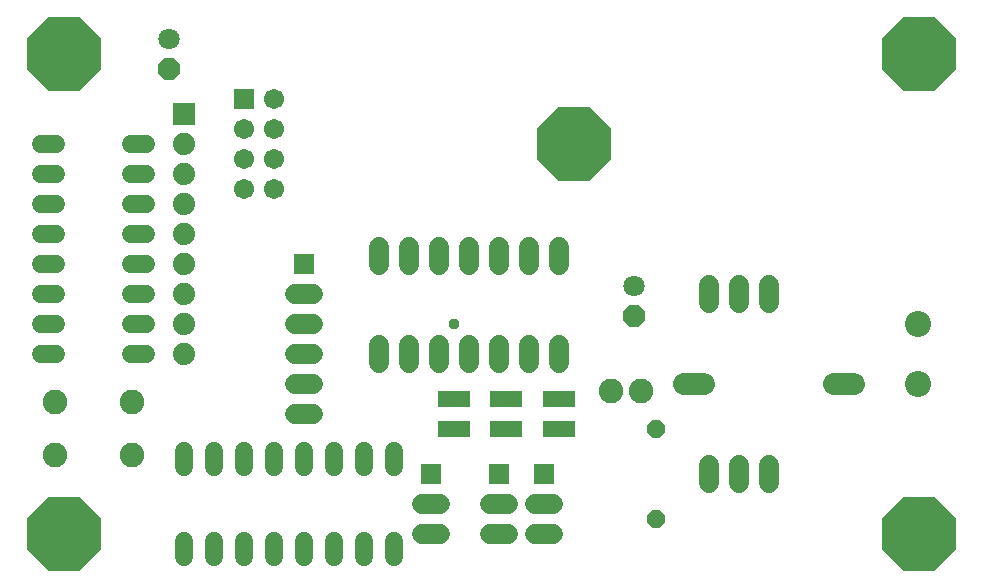
<source format=gbr>
G04 EAGLE Gerber RS-274X export*
G75*
%MOMM*%
%FSLAX34Y34*%
%LPD*%
%INSoldermask Top*%
%IPPOS*%
%AMOC8*
5,1,8,0,0,1.08239X$1,22.5*%
G01*
%ADD10R,1.711200X1.711200*%
%ADD11C,1.711200*%
%ADD12R,1.727200X1.727200*%
%ADD13C,1.727200*%
%ADD14C,2.203200*%
%ADD15C,1.879600*%
%ADD16P,1.951982X8X292.500000*%
%ADD17C,1.803400*%
%ADD18C,1.701800*%
%ADD19R,2.743200X1.473200*%
%ADD20R,1.879600X1.879600*%
%ADD21C,1.879600*%
%ADD22C,1.524000*%
%ADD23C,2.082800*%
%ADD24P,1.649562X8X112.500000*%
%ADD25P,6.818191X8X22.500000*%
%ADD26C,0.959600*%


D10*
X203200Y419100D03*
D11*
X228600Y342900D03*
X228600Y368300D03*
X228600Y393700D03*
X228600Y419100D03*
X203200Y393700D03*
X203200Y368300D03*
X203200Y342900D03*
D12*
X419100Y101600D03*
D13*
X411480Y76200D02*
X426720Y76200D01*
X426720Y50800D02*
X411480Y50800D01*
D12*
X457200Y101600D03*
D13*
X449580Y76200D02*
X464820Y76200D01*
X464820Y50800D02*
X449580Y50800D01*
D14*
X774450Y177589D03*
X774450Y228389D03*
D13*
X647700Y246380D02*
X647700Y261620D01*
X622300Y261620D02*
X622300Y246380D01*
X596900Y246380D02*
X596900Y261620D01*
X596900Y109220D02*
X596900Y93980D01*
X622300Y93980D02*
X622300Y109220D01*
X647700Y109220D02*
X647700Y93980D01*
D15*
X592582Y177800D02*
X575818Y177800D01*
X702818Y177800D02*
X719582Y177800D01*
D16*
X139700Y444500D03*
D17*
X139700Y469900D03*
D16*
X533400Y234950D03*
D17*
X533400Y260350D03*
D18*
X469900Y278257D02*
X469900Y293243D01*
X444500Y293243D02*
X444500Y278257D01*
X419100Y278257D02*
X419100Y293243D01*
X393700Y293243D02*
X393700Y278257D01*
X368300Y278257D02*
X368300Y293243D01*
X342900Y293243D02*
X342900Y278257D01*
X317500Y278257D02*
X317500Y293243D01*
X317500Y210693D02*
X317500Y195707D01*
X342900Y195707D02*
X342900Y210693D01*
X368300Y210693D02*
X368300Y195707D01*
X393700Y195707D02*
X393700Y210693D01*
X419100Y210693D02*
X419100Y195707D01*
X444500Y195707D02*
X444500Y210693D01*
X469900Y210693D02*
X469900Y195707D01*
D12*
X254000Y279400D03*
D13*
X246380Y254000D02*
X261620Y254000D01*
X261620Y228600D02*
X246380Y228600D01*
X246380Y203200D02*
X261620Y203200D01*
X261620Y177800D02*
X246380Y177800D01*
X246380Y152400D02*
X261620Y152400D01*
D19*
X381000Y165100D03*
X381000Y139700D03*
X469900Y165100D03*
X469900Y139700D03*
X425450Y165100D03*
X425450Y139700D03*
D20*
X152400Y406400D03*
D21*
X152400Y381000D03*
X152400Y355600D03*
X152400Y330200D03*
X152400Y304800D03*
X152400Y279400D03*
X152400Y254000D03*
X152400Y228600D03*
X152400Y203200D03*
D22*
X330200Y120904D02*
X330200Y107696D01*
X304800Y107696D02*
X304800Y120904D01*
X177800Y120904D02*
X177800Y107696D01*
X152400Y107696D02*
X152400Y120904D01*
X279400Y120904D02*
X279400Y107696D01*
X254000Y107696D02*
X254000Y120904D01*
X203200Y120904D02*
X203200Y107696D01*
X228600Y107696D02*
X228600Y120904D01*
X152400Y44704D02*
X152400Y31496D01*
X177800Y31496D02*
X177800Y44704D01*
X203200Y44704D02*
X203200Y31496D01*
X228600Y31496D02*
X228600Y44704D01*
X254000Y44704D02*
X254000Y31496D01*
X279400Y31496D02*
X279400Y44704D01*
X304800Y44704D02*
X304800Y31496D01*
X330200Y31496D02*
X330200Y44704D01*
X44704Y381000D02*
X31496Y381000D01*
X31496Y355600D02*
X44704Y355600D01*
X44704Y228600D02*
X31496Y228600D01*
X31496Y203200D02*
X44704Y203200D01*
X44704Y330200D02*
X31496Y330200D01*
X31496Y304800D02*
X44704Y304800D01*
X44704Y254000D02*
X31496Y254000D01*
X31496Y279400D02*
X44704Y279400D01*
X107696Y203200D02*
X120904Y203200D01*
X120904Y228600D02*
X107696Y228600D01*
X107696Y254000D02*
X120904Y254000D01*
X120904Y279400D02*
X107696Y279400D01*
X107696Y304800D02*
X120904Y304800D01*
X120904Y330200D02*
X107696Y330200D01*
X107696Y355600D02*
X120904Y355600D01*
X120904Y381000D02*
X107696Y381000D01*
D23*
X108712Y117094D03*
X43688Y117094D03*
X108712Y162306D03*
X43688Y162306D03*
D24*
X552450Y63500D03*
X552450Y139700D03*
D23*
X539750Y171450D03*
X514350Y171450D03*
D12*
X361950Y101600D03*
D13*
X354330Y76200D02*
X369570Y76200D01*
X369570Y50800D02*
X354330Y50800D01*
D25*
X50800Y457200D03*
X50800Y50800D03*
X774700Y50800D03*
X774700Y457200D03*
X482600Y381000D03*
D26*
X381000Y228600D03*
M02*

</source>
